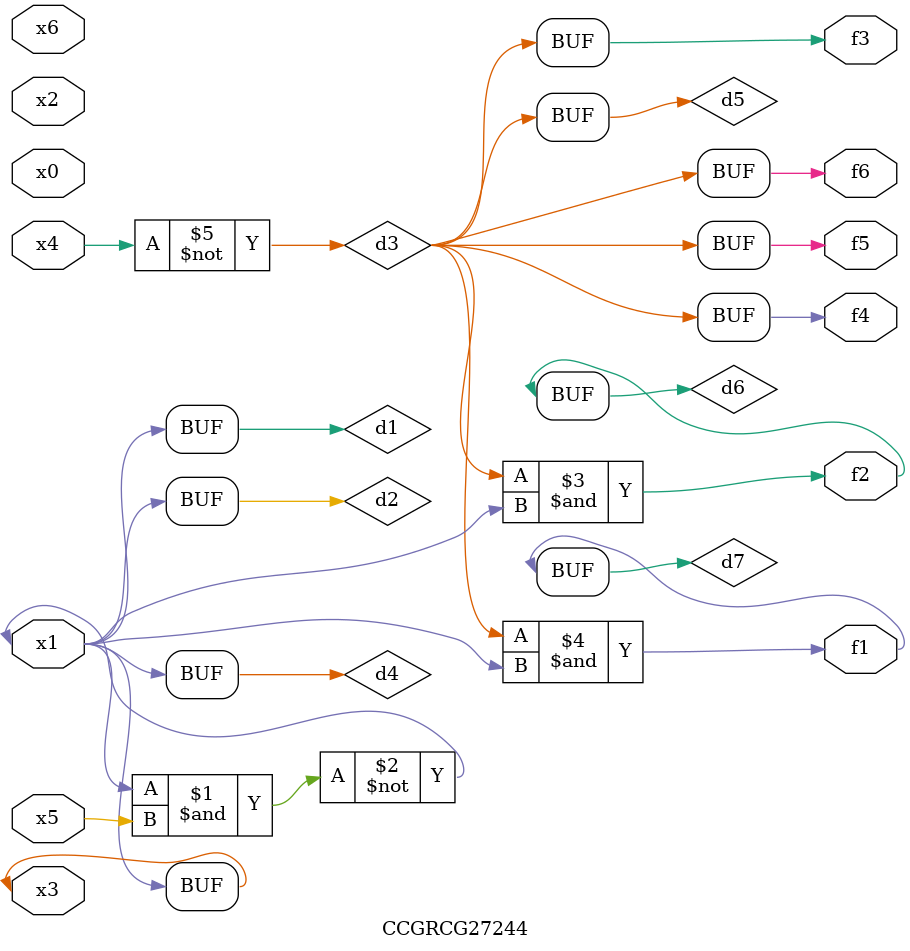
<source format=v>
module CCGRCG27244(
	input x0, x1, x2, x3, x4, x5, x6,
	output f1, f2, f3, f4, f5, f6
);

	wire d1, d2, d3, d4, d5, d6, d7;

	buf (d1, x1, x3);
	nand (d2, x1, x5);
	not (d3, x4);
	buf (d4, d1, d2);
	buf (d5, d3);
	and (d6, d3, d4);
	and (d7, d3, d4);
	assign f1 = d7;
	assign f2 = d6;
	assign f3 = d5;
	assign f4 = d5;
	assign f5 = d5;
	assign f6 = d5;
endmodule

</source>
